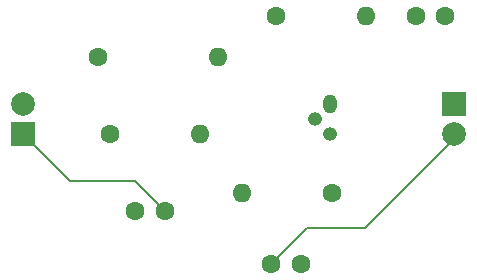
<source format=gbl>
%TF.GenerationSoftware,KiCad,Pcbnew,8.0.3*%
%TF.CreationDate,2024-12-18T20:06:44+01:00*%
%TF.ProjectId,Oscillatore,4f736369-6c6c-4617-946f-72652e6b6963,rev?*%
%TF.SameCoordinates,Original*%
%TF.FileFunction,Copper,L2,Bot*%
%TF.FilePolarity,Positive*%
%FSLAX46Y46*%
G04 Gerber Fmt 4.6, Leading zero omitted, Abs format (unit mm)*
G04 Created by KiCad (PCBNEW 8.0.3) date 2024-12-18 20:06:44*
%MOMM*%
%LPD*%
G01*
G04 APERTURE LIST*
%TA.AperFunction,ComponentPad*%
%ADD10R,2.000000X2.000000*%
%TD*%
%TA.AperFunction,ComponentPad*%
%ADD11C,2.000000*%
%TD*%
%TA.AperFunction,ComponentPad*%
%ADD12C,1.600000*%
%TD*%
%TA.AperFunction,ComponentPad*%
%ADD13O,1.600000X1.600000*%
%TD*%
%TA.AperFunction,ComponentPad*%
%ADD14O,1.200000X1.600000*%
%TD*%
%TA.AperFunction,ComponentPad*%
%ADD15O,1.200000X1.200000*%
%TD*%
%TA.AperFunction,Conductor*%
%ADD16C,0.200000*%
%TD*%
%ADD17C,0.350000*%
G04 APERTURE END LIST*
D10*
%TO.P,INPUT,1,Pin_1*%
%TO.N,GND*%
X108500000Y-76540000D03*
D11*
%TO.P,INPUT,2,Pin_2*%
%TO.N,VCC*%
X108500000Y-74000000D03*
%TD*%
D12*
%TO.P,R3,1*%
%TO.N,Net-(C1-Pad1)*%
X115880000Y-76500000D03*
D13*
%TO.P,R3,2*%
%TO.N,Net-(Q1-B)*%
X123500000Y-76500000D03*
%TD*%
D12*
%TO.P,R2,1*%
%TO.N,VCC*%
X129880000Y-66500000D03*
D13*
%TO.P,R2,2*%
%TO.N,Net-(Q1-C)*%
X137500000Y-66500000D03*
%TD*%
D12*
%TO.P,R1,1*%
%TO.N,Net-(Q1-E)*%
X134620000Y-81500000D03*
D13*
%TO.P,R1,2*%
%TO.N,GND*%
X127000000Y-81500000D03*
%TD*%
D14*
%TO.P,Q1,1,C*%
%TO.N,Net-(Q1-C)*%
X134500000Y-74000000D03*
D15*
%TO.P,Q1,2,B*%
%TO.N,Net-(Q1-B)*%
X133230000Y-75270000D03*
%TO.P,Q1,3,E*%
%TO.N,Net-(Q1-E)*%
X134500000Y-76540000D03*
%TD*%
D12*
%TO.P,L1,1,1*%
%TO.N,Net-(C1-Pad1)*%
X114840000Y-70000000D03*
D13*
%TO.P,L1,2,2*%
%TO.N,Net-(Q1-C)*%
X125000000Y-70000000D03*
%TD*%
D10*
%TO.P,OUTPUT,1,Pin_1*%
%TO.N,Net-(J1-Pin_1)*%
X145000000Y-74000000D03*
D11*
%TO.P,OUTPUT,2,Pin_2*%
%TO.N,GND*%
X145000000Y-76540000D03*
%TD*%
D12*
%TO.P,C3,2*%
%TO.N,Net-(J1-Pin_1)*%
X144250000Y-66500000D03*
%TO.P,C3,1*%
%TO.N,Net-(Q1-C)*%
X141750000Y-66500000D03*
%TD*%
%TO.P,C2,1*%
%TO.N,Net-(Q1-E)*%
X132000000Y-87500000D03*
%TO.P,C2,2*%
%TO.N,GND*%
X129500000Y-87500000D03*
%TD*%
%TO.P,C1,1*%
%TO.N,Net-(C1-Pad1)*%
X118000000Y-83000000D03*
%TO.P,C1,2*%
%TO.N,GND*%
X120500000Y-83000000D03*
%TD*%
D16*
%TO.N,GND*%
X132500000Y-84500000D02*
X129500000Y-87500000D01*
X145000000Y-76914213D02*
X137414213Y-84500000D01*
X137414213Y-84500000D02*
X132500000Y-84500000D01*
X108500000Y-76540000D02*
X112460000Y-80500000D01*
X112460000Y-80500000D02*
X118000000Y-80500000D01*
X118000000Y-80500000D02*
X120500000Y-83000000D01*
%TD*%
D17*
X108500000Y-76540000D03*
X108500000Y-74000000D03*
X115880000Y-76500000D03*
X123500000Y-76500000D03*
X129880000Y-66500000D03*
X137500000Y-66500000D03*
X134620000Y-81500000D03*
X127000000Y-81500000D03*
X134500000Y-74000000D03*
X133230000Y-75270000D03*
X134500000Y-76540000D03*
X114840000Y-70000000D03*
X125000000Y-70000000D03*
X145000000Y-74000000D03*
X145000000Y-76540000D03*
X144250000Y-66500000D03*
X141750000Y-66500000D03*
X132000000Y-87500000D03*
X129500000Y-87500000D03*
X118000000Y-83000000D03*
X120500000Y-83000000D03*
M02*

</source>
